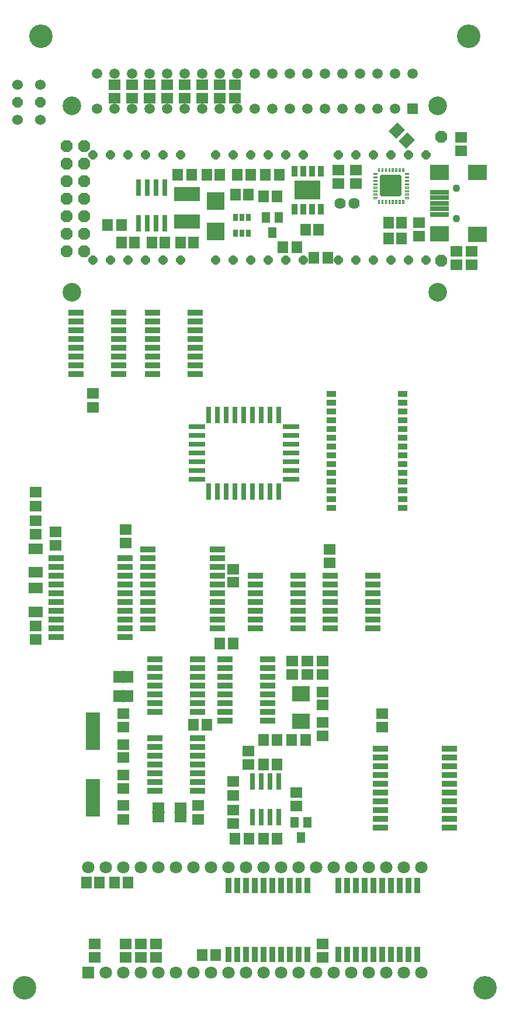
<source format=gbs>
G75*
%MOIN*%
%OFA0B0*%
%FSLAX25Y25*%
%IPPOS*%
%LPD*%
%AMOC8*
5,1,8,0,0,1.08239X$1,22.5*
%
%ADD10C,0.13398*%
%ADD11C,0.06400*%
%ADD12R,0.07099X0.05918*%
%ADD13R,0.05918X0.07099*%
%ADD14R,0.10249X0.10249*%
%ADD15OC8,0.05162*%
%ADD16R,0.03400X0.08800*%
%ADD17R,0.03556X0.05918*%
%ADD18R,0.14800X0.10800*%
%ADD19R,0.08800X0.03400*%
%ADD20R,0.05800X0.03800*%
%ADD21R,0.09461X0.03162*%
%ADD22R,0.03162X0.09461*%
%ADD23R,0.05400X0.07100*%
%ADD24R,0.00600X0.07200*%
%ADD25R,0.07100X0.05400*%
%ADD26R,0.07200X0.00600*%
%ADD27R,0.14973X0.07887*%
%ADD28OC8,0.06737*%
%ADD29C,0.10643*%
%ADD30R,0.08400X0.21800*%
%ADD31R,0.04737X0.06312*%
%ADD32OC8,0.06000*%
%ADD33C,0.06000*%
%ADD34R,0.03162X0.04343*%
%ADD35C,0.07100*%
%ADD36R,0.07100X0.07100*%
%ADD37R,0.10643X0.08674*%
%ADD38R,0.10643X0.02769*%
%ADD39C,0.04343*%
%ADD40C,0.01969*%
%ADD41C,0.00400*%
%ADD42R,0.07887X0.06312*%
%ADD43R,0.05950X0.05950*%
%ADD44C,0.05950*%
%ADD45R,0.10249X0.08674*%
D10*
X0110678Y0013900D03*
X0373178Y0013900D03*
X0363976Y0556646D03*
X0119881Y0556646D03*
D11*
X0290491Y0461400D03*
X0298365Y0461400D03*
D12*
X0299428Y0472463D03*
X0299428Y0480337D03*
X0289428Y0480337D03*
X0289428Y0472463D03*
X0335678Y0450337D03*
X0335678Y0442463D03*
X0356928Y0434087D03*
X0356928Y0426213D03*
X0365678Y0426213D03*
X0365678Y0434087D03*
X0359428Y0491410D03*
X0359428Y0498890D03*
X0230678Y0521410D03*
X0230678Y0528890D03*
X0221928Y0528890D03*
X0221928Y0521410D03*
X0211928Y0521410D03*
X0211928Y0528890D03*
X0201928Y0528890D03*
X0201928Y0521410D03*
X0191928Y0521410D03*
X0191928Y0528890D03*
X0181928Y0528890D03*
X0181928Y0521410D03*
X0171928Y0521410D03*
X0171928Y0528890D03*
X0161928Y0528890D03*
X0161928Y0521410D03*
X0149428Y0352837D03*
X0149428Y0344963D03*
X0116928Y0296587D03*
X0116928Y0288713D03*
X0116928Y0280140D03*
X0116928Y0272660D03*
X0128178Y0274087D03*
X0128178Y0266213D03*
X0116928Y0220140D03*
X0116928Y0212660D03*
X0166928Y0170337D03*
X0166928Y0162463D03*
X0166928Y0152640D03*
X0166928Y0145160D03*
X0166928Y0135140D03*
X0166928Y0127660D03*
X0166928Y0117837D03*
X0166928Y0109963D03*
X0168178Y0038890D03*
X0168178Y0031410D03*
X0176928Y0031410D03*
X0176928Y0038890D03*
X0185678Y0038890D03*
X0185678Y0031410D03*
X0150678Y0031213D03*
X0150678Y0039087D03*
X0209428Y0109963D03*
X0209428Y0117837D03*
X0229428Y0115140D03*
X0229428Y0107660D03*
X0229428Y0123713D03*
X0229428Y0131587D03*
X0238178Y0141213D03*
X0238178Y0149087D03*
X0263178Y0192463D03*
X0263178Y0200337D03*
X0271928Y0200140D03*
X0271928Y0192660D03*
X0280678Y0192660D03*
X0280678Y0182640D03*
X0280678Y0175160D03*
X0280678Y0165140D03*
X0280678Y0157660D03*
X0265678Y0125140D03*
X0265678Y0117660D03*
X0280678Y0039087D03*
X0280678Y0031213D03*
X0314428Y0162463D03*
X0314428Y0170337D03*
X0280678Y0200140D03*
X0284428Y0256213D03*
X0284428Y0264087D03*
X0229428Y0252640D03*
X0229428Y0245160D03*
X0168178Y0267463D03*
X0168178Y0275337D03*
D13*
X0221938Y0210150D03*
X0229419Y0210150D03*
X0214615Y0163900D03*
X0206741Y0163900D03*
X0230491Y0098900D03*
X0238365Y0098900D03*
X0246741Y0098900D03*
X0254615Y0098900D03*
X0254419Y0141400D03*
X0246938Y0141400D03*
X0246741Y0155150D03*
X0254615Y0155150D03*
X0262991Y0155150D03*
X0270865Y0155150D03*
X0219615Y0032650D03*
X0211741Y0032650D03*
X0169419Y0073900D03*
X0161938Y0073900D03*
X0153169Y0073900D03*
X0145688Y0073900D03*
X0275491Y0430150D03*
X0283365Y0430150D03*
X0278169Y0446400D03*
X0270688Y0446400D03*
X0265865Y0436400D03*
X0257991Y0436400D03*
X0254419Y0465150D03*
X0246938Y0465150D03*
X0238169Y0466400D03*
X0230688Y0466400D03*
X0231938Y0477650D03*
X0239419Y0477650D03*
X0247991Y0477650D03*
X0255865Y0477650D03*
X0221919Y0477650D03*
X0214438Y0477650D03*
X0205865Y0477650D03*
X0197991Y0477650D03*
X0199438Y0438900D03*
X0206919Y0438900D03*
X0190669Y0438900D03*
X0183188Y0438900D03*
X0173169Y0438900D03*
X0165688Y0438900D03*
X0165865Y0448900D03*
X0157991Y0448900D03*
X0318188Y0450150D03*
X0318188Y0441400D03*
X0325669Y0441400D03*
X0325669Y0450150D03*
G36*
X0328879Y0501967D02*
X0333063Y0497783D01*
X0328045Y0492765D01*
X0323861Y0496949D01*
X0328879Y0501967D01*
G37*
G36*
X0323312Y0507535D02*
X0327496Y0503351D01*
X0322478Y0498333D01*
X0318294Y0502517D01*
X0323312Y0507535D01*
G37*
D14*
X0219428Y0462561D03*
X0219428Y0445239D03*
D15*
X0219428Y0428900D03*
X0229428Y0428900D03*
X0239428Y0428900D03*
X0249428Y0428900D03*
X0259428Y0428900D03*
X0269428Y0428900D03*
X0289428Y0428900D03*
X0299428Y0428900D03*
X0309428Y0428900D03*
X0319428Y0428900D03*
X0329428Y0428900D03*
X0339428Y0428900D03*
X0339428Y0488900D03*
X0329428Y0488900D03*
X0319428Y0488900D03*
X0309428Y0488900D03*
X0299428Y0488900D03*
X0289428Y0488900D03*
X0269428Y0488900D03*
X0259428Y0488900D03*
X0249428Y0488900D03*
X0239428Y0488900D03*
X0229428Y0488900D03*
X0219428Y0488900D03*
X0199428Y0488900D03*
X0189428Y0488900D03*
X0179428Y0488900D03*
X0169428Y0488900D03*
X0159428Y0488900D03*
X0149428Y0488900D03*
X0149428Y0428900D03*
X0159428Y0428900D03*
X0169428Y0428900D03*
X0179428Y0428900D03*
X0189428Y0428900D03*
X0199428Y0428900D03*
D16*
X0226928Y0072450D03*
X0231928Y0072450D03*
X0236928Y0072450D03*
X0241928Y0072450D03*
X0246928Y0072450D03*
X0251928Y0072450D03*
X0256928Y0072450D03*
X0261928Y0072450D03*
X0266928Y0072450D03*
X0271928Y0072450D03*
X0289428Y0072450D03*
X0294428Y0072450D03*
X0299428Y0072450D03*
X0304428Y0072450D03*
X0309428Y0072450D03*
X0314428Y0072450D03*
X0319428Y0072450D03*
X0324428Y0072450D03*
X0329428Y0072450D03*
X0334428Y0072450D03*
X0334428Y0032850D03*
X0329428Y0032850D03*
X0324428Y0032850D03*
X0319428Y0032850D03*
X0314428Y0032850D03*
X0309428Y0032850D03*
X0304428Y0032850D03*
X0299428Y0032850D03*
X0294428Y0032850D03*
X0289428Y0032850D03*
X0271928Y0032850D03*
X0266928Y0032850D03*
X0261928Y0032850D03*
X0256928Y0032850D03*
X0251928Y0032850D03*
X0246928Y0032850D03*
X0241928Y0032850D03*
X0236928Y0032850D03*
X0231928Y0032850D03*
X0226928Y0032850D03*
D17*
X0264428Y0458073D03*
X0269428Y0458073D03*
X0274428Y0458073D03*
X0279428Y0458073D03*
X0279428Y0479727D03*
X0274428Y0479727D03*
X0269428Y0479727D03*
X0264428Y0479727D03*
D18*
X0271928Y0468900D03*
D19*
X0207778Y0398900D03*
X0207778Y0393900D03*
X0207778Y0388900D03*
X0207778Y0383900D03*
X0207778Y0378900D03*
X0207778Y0373900D03*
X0207778Y0368900D03*
X0207778Y0363900D03*
X0183578Y0363900D03*
X0183578Y0368900D03*
X0183578Y0373900D03*
X0183578Y0378900D03*
X0183578Y0383900D03*
X0183578Y0388900D03*
X0183578Y0393900D03*
X0183578Y0398900D03*
X0164028Y0398900D03*
X0164028Y0393900D03*
X0164028Y0388900D03*
X0164028Y0383900D03*
X0164028Y0378900D03*
X0164028Y0373900D03*
X0164028Y0368900D03*
X0164028Y0363900D03*
X0139828Y0363900D03*
X0139828Y0368900D03*
X0139828Y0373900D03*
X0139828Y0378900D03*
X0139828Y0383900D03*
X0139828Y0388900D03*
X0139828Y0393900D03*
X0139828Y0398900D03*
X0180878Y0263900D03*
X0180878Y0258900D03*
X0180878Y0253900D03*
X0180878Y0248900D03*
X0180878Y0243900D03*
X0180878Y0238900D03*
X0180878Y0233900D03*
X0180878Y0228900D03*
X0180878Y0223900D03*
X0180878Y0218900D03*
X0184828Y0201400D03*
X0184828Y0196400D03*
X0184828Y0191400D03*
X0184828Y0186400D03*
X0184828Y0181400D03*
X0184828Y0176400D03*
X0184828Y0171400D03*
X0184828Y0156400D03*
X0184828Y0151400D03*
X0184828Y0146400D03*
X0184828Y0141400D03*
X0184828Y0136400D03*
X0184828Y0131400D03*
X0184828Y0126400D03*
X0209028Y0126400D03*
X0209028Y0131400D03*
X0209028Y0136400D03*
X0209028Y0141400D03*
X0209028Y0146400D03*
X0209028Y0151400D03*
X0209028Y0156400D03*
X0209028Y0171400D03*
X0209028Y0176400D03*
X0209028Y0181400D03*
X0209028Y0186400D03*
X0209028Y0191400D03*
X0209028Y0196400D03*
X0209028Y0201400D03*
X0220478Y0218900D03*
X0220478Y0223900D03*
X0220478Y0228900D03*
X0220478Y0233900D03*
X0220478Y0238900D03*
X0220478Y0243900D03*
X0220478Y0248900D03*
X0220478Y0253900D03*
X0220478Y0258900D03*
X0220478Y0263900D03*
X0242328Y0248900D03*
X0242328Y0243900D03*
X0242328Y0238900D03*
X0242328Y0233900D03*
X0242328Y0228900D03*
X0242328Y0223900D03*
X0242328Y0218900D03*
X0249028Y0201400D03*
X0249028Y0196400D03*
X0249028Y0191400D03*
X0249028Y0186400D03*
X0249028Y0181400D03*
X0249028Y0176400D03*
X0249028Y0171400D03*
X0249028Y0166400D03*
X0224828Y0166400D03*
X0224828Y0171400D03*
X0224828Y0176400D03*
X0224828Y0181400D03*
X0224828Y0186400D03*
X0224828Y0191400D03*
X0224828Y0196400D03*
X0224828Y0201400D03*
X0266528Y0218900D03*
X0266528Y0223900D03*
X0266528Y0228900D03*
X0266528Y0233900D03*
X0266528Y0238900D03*
X0266528Y0243900D03*
X0266528Y0248900D03*
X0284828Y0248900D03*
X0284828Y0243900D03*
X0284828Y0238900D03*
X0284828Y0233900D03*
X0284828Y0228900D03*
X0284828Y0223900D03*
X0284828Y0218900D03*
X0309028Y0218900D03*
X0309028Y0223900D03*
X0309028Y0228900D03*
X0309028Y0233900D03*
X0309028Y0238900D03*
X0309028Y0243900D03*
X0309028Y0248900D03*
X0313378Y0150150D03*
X0313378Y0145150D03*
X0313378Y0140150D03*
X0313378Y0135150D03*
X0313378Y0130150D03*
X0313378Y0125150D03*
X0313378Y0120150D03*
X0313378Y0115150D03*
X0313378Y0110150D03*
X0313378Y0105150D03*
X0352978Y0105150D03*
X0352978Y0110150D03*
X0352978Y0115150D03*
X0352978Y0120150D03*
X0352978Y0125150D03*
X0352978Y0130150D03*
X0352978Y0135150D03*
X0352978Y0140150D03*
X0352978Y0145150D03*
X0352978Y0150150D03*
X0167978Y0213900D03*
X0167978Y0218900D03*
X0167978Y0223900D03*
X0167978Y0228900D03*
X0167978Y0233900D03*
X0167978Y0238900D03*
X0167978Y0243900D03*
X0167978Y0248900D03*
X0167978Y0253900D03*
X0167978Y0258900D03*
X0128378Y0258900D03*
X0128378Y0253900D03*
X0128378Y0248900D03*
X0128378Y0243900D03*
X0128378Y0238900D03*
X0128378Y0233900D03*
X0128378Y0228900D03*
X0128378Y0223900D03*
X0128378Y0218900D03*
X0128378Y0213900D03*
D20*
X0285678Y0287650D03*
X0285678Y0292650D03*
X0285678Y0297650D03*
X0285678Y0302650D03*
X0285678Y0307650D03*
X0285678Y0312650D03*
X0285678Y0317650D03*
X0285678Y0322650D03*
X0285678Y0327650D03*
X0285678Y0332650D03*
X0285678Y0337650D03*
X0285678Y0342650D03*
X0285678Y0347650D03*
X0285678Y0352650D03*
X0326178Y0352650D03*
X0326178Y0347650D03*
X0326178Y0342650D03*
X0326178Y0337650D03*
X0326178Y0332650D03*
X0326178Y0327650D03*
X0326178Y0322650D03*
X0326178Y0317650D03*
X0326178Y0312650D03*
X0326178Y0307650D03*
X0326178Y0302650D03*
X0326178Y0297650D03*
X0326178Y0292650D03*
X0326178Y0287650D03*
D21*
X0262568Y0303900D03*
X0262568Y0308900D03*
X0262568Y0313900D03*
X0262568Y0318900D03*
X0262568Y0323900D03*
X0262568Y0328900D03*
X0262568Y0333900D03*
X0208789Y0333900D03*
X0208789Y0328900D03*
X0208789Y0323900D03*
X0208789Y0318900D03*
X0208789Y0313900D03*
X0208789Y0308900D03*
X0208789Y0303900D03*
D22*
X0215678Y0297010D03*
X0220678Y0297010D03*
X0225678Y0297010D03*
X0230678Y0297010D03*
X0235678Y0297010D03*
X0240678Y0297010D03*
X0245678Y0297010D03*
X0250678Y0297010D03*
X0255678Y0297010D03*
X0255678Y0340790D03*
X0250678Y0340790D03*
X0245678Y0340790D03*
X0240678Y0340790D03*
X0235678Y0340790D03*
X0230678Y0340790D03*
X0225678Y0340790D03*
X0220678Y0340790D03*
X0215678Y0340790D03*
X0190678Y0449914D03*
X0185678Y0449914D03*
X0180678Y0449914D03*
X0175678Y0449914D03*
X0175678Y0470386D03*
X0180678Y0470386D03*
X0185678Y0470386D03*
X0190678Y0470386D03*
X0240678Y0131636D03*
X0245678Y0131636D03*
X0250678Y0131636D03*
X0255678Y0131636D03*
X0255678Y0111164D03*
X0250678Y0111164D03*
X0245678Y0111164D03*
X0240678Y0111164D03*
D23*
X0169928Y0180150D03*
X0163928Y0180150D03*
X0163928Y0191400D03*
X0169928Y0191400D03*
D24*
X0166928Y0191400D03*
X0166928Y0180150D03*
D25*
X0186928Y0116900D03*
X0186928Y0110900D03*
X0199428Y0110900D03*
X0199428Y0116900D03*
D26*
X0199428Y0113900D03*
X0186928Y0113900D03*
D27*
X0203178Y0451026D03*
X0203178Y0466774D03*
D28*
X0144428Y0463900D03*
X0144428Y0473900D03*
X0144428Y0483900D03*
X0144428Y0493900D03*
X0134428Y0493900D03*
X0134428Y0483900D03*
X0134428Y0473900D03*
X0134428Y0463900D03*
X0134428Y0453900D03*
X0134428Y0443900D03*
X0134428Y0433900D03*
X0144428Y0433900D03*
X0144428Y0443900D03*
X0144428Y0453900D03*
X0348208Y0428467D03*
X0348208Y0499333D03*
D29*
X0346239Y0517050D03*
X0346239Y0410750D03*
X0137578Y0410750D03*
X0137578Y0517050D03*
D30*
X0149428Y0160400D03*
X0149428Y0122400D03*
D31*
X0264438Y0108231D03*
X0268178Y0099569D03*
X0271919Y0108231D03*
X0251928Y0444569D03*
X0248188Y0453231D03*
X0255669Y0453231D03*
D32*
X0119675Y0518900D03*
X0106682Y0518900D03*
D33*
X0106682Y0528900D03*
X0119675Y0528900D03*
X0119675Y0508900D03*
X0106682Y0508900D03*
D34*
X0230688Y0453428D03*
X0234428Y0453428D03*
X0238169Y0453428D03*
X0238169Y0444372D03*
X0234428Y0444372D03*
X0230688Y0444372D03*
D35*
X0226928Y0082650D03*
X0216928Y0082650D03*
X0206928Y0082650D03*
X0196928Y0082650D03*
X0186928Y0082650D03*
X0176928Y0082650D03*
X0166928Y0082650D03*
X0156928Y0082650D03*
X0146928Y0082650D03*
X0156928Y0022650D03*
X0166928Y0022650D03*
X0176928Y0022650D03*
X0186928Y0022650D03*
X0196928Y0022650D03*
X0206928Y0022650D03*
X0216928Y0022650D03*
X0226928Y0022650D03*
X0236928Y0022650D03*
X0246928Y0022650D03*
X0256928Y0022650D03*
X0266928Y0022650D03*
X0276928Y0022650D03*
X0286928Y0022650D03*
X0296928Y0022650D03*
X0306928Y0022650D03*
X0316928Y0022650D03*
X0326928Y0022650D03*
X0336928Y0022650D03*
X0336928Y0082650D03*
X0326928Y0082650D03*
X0316928Y0082650D03*
X0306928Y0082650D03*
X0296928Y0082650D03*
X0286928Y0082650D03*
X0276928Y0082650D03*
X0266928Y0082650D03*
X0256928Y0082650D03*
X0246928Y0082650D03*
X0236928Y0082650D03*
D36*
X0146928Y0022650D03*
D37*
X0347086Y0444077D03*
X0347086Y0479117D03*
X0368739Y0479117D03*
X0368739Y0443683D03*
D38*
X0347086Y0455101D03*
X0347086Y0458250D03*
X0347086Y0461400D03*
X0347086Y0464550D03*
X0347086Y0467699D03*
D39*
X0356928Y0470061D03*
X0356928Y0452739D03*
D40*
X0324645Y0466183D02*
X0324645Y0476617D01*
X0314212Y0476617D01*
X0314212Y0466183D01*
X0324645Y0466183D01*
X0324645Y0467583D02*
X0314212Y0467583D01*
X0314212Y0469550D02*
X0324645Y0469550D01*
X0324645Y0471517D02*
X0314212Y0471517D01*
X0314212Y0473484D02*
X0324645Y0473484D01*
X0324645Y0475451D02*
X0314212Y0475451D01*
D41*
X0311358Y0475928D02*
X0311358Y0476715D01*
X0309389Y0476715D01*
X0309389Y0475928D01*
X0311358Y0475928D01*
X0311358Y0476027D02*
X0309389Y0476027D01*
X0309389Y0476425D02*
X0311358Y0476425D01*
X0311358Y0477896D02*
X0309389Y0477896D01*
X0309389Y0478683D01*
X0311161Y0478683D01*
X0311358Y0478487D01*
X0311358Y0477896D01*
X0311358Y0478020D02*
X0309389Y0478020D01*
X0309389Y0478418D02*
X0311358Y0478418D01*
X0312342Y0479471D02*
X0312932Y0479471D01*
X0312932Y0481439D01*
X0312145Y0481439D01*
X0312145Y0479668D01*
X0312342Y0479471D01*
X0312199Y0479614D02*
X0312932Y0479614D01*
X0312932Y0480012D02*
X0312145Y0480012D01*
X0312145Y0480411D02*
X0312932Y0480411D01*
X0312932Y0480809D02*
X0312145Y0480809D01*
X0312145Y0481208D02*
X0312932Y0481208D01*
X0314114Y0481208D02*
X0314901Y0481208D01*
X0314901Y0481439D02*
X0314114Y0481439D01*
X0314114Y0479471D01*
X0314901Y0479471D01*
X0314901Y0481439D01*
X0314901Y0480809D02*
X0314114Y0480809D01*
X0314114Y0480411D02*
X0314901Y0480411D01*
X0314901Y0480012D02*
X0314114Y0480012D01*
X0314114Y0479614D02*
X0314901Y0479614D01*
X0316082Y0479614D02*
X0316869Y0479614D01*
X0316869Y0479471D02*
X0316869Y0481439D01*
X0316082Y0481439D01*
X0316082Y0479471D01*
X0316869Y0479471D01*
X0316869Y0480012D02*
X0316082Y0480012D01*
X0316082Y0480411D02*
X0316869Y0480411D01*
X0316869Y0480809D02*
X0316082Y0480809D01*
X0316082Y0481208D02*
X0316869Y0481208D01*
X0318051Y0481208D02*
X0318838Y0481208D01*
X0318838Y0481439D02*
X0318051Y0481439D01*
X0318051Y0479471D01*
X0318838Y0479471D01*
X0318838Y0481439D01*
X0318838Y0480809D02*
X0318051Y0480809D01*
X0318051Y0480411D02*
X0318838Y0480411D01*
X0318838Y0480012D02*
X0318051Y0480012D01*
X0318051Y0479614D02*
X0318838Y0479614D01*
X0320019Y0479614D02*
X0320806Y0479614D01*
X0320806Y0479471D02*
X0320806Y0481439D01*
X0320019Y0481439D01*
X0320019Y0479471D01*
X0320806Y0479471D01*
X0320806Y0480012D02*
X0320019Y0480012D01*
X0320019Y0480411D02*
X0320806Y0480411D01*
X0320806Y0480809D02*
X0320019Y0480809D01*
X0320019Y0481208D02*
X0320806Y0481208D01*
X0321988Y0481208D02*
X0322775Y0481208D01*
X0322775Y0481439D02*
X0321988Y0481439D01*
X0321988Y0479471D01*
X0322775Y0479471D01*
X0322775Y0481439D01*
X0322775Y0480809D02*
X0321988Y0480809D01*
X0321988Y0480411D02*
X0322775Y0480411D01*
X0322775Y0480012D02*
X0321988Y0480012D01*
X0321988Y0479614D02*
X0322775Y0479614D01*
X0323956Y0479614D02*
X0324743Y0479614D01*
X0324743Y0479471D02*
X0324743Y0481439D01*
X0323956Y0481439D01*
X0323956Y0479471D01*
X0324743Y0479471D01*
X0324743Y0480012D02*
X0323956Y0480012D01*
X0323956Y0480411D02*
X0324743Y0480411D01*
X0324743Y0480809D02*
X0323956Y0480809D01*
X0323956Y0481208D02*
X0324743Y0481208D01*
X0325925Y0481208D02*
X0326712Y0481208D01*
X0326712Y0481439D02*
X0325925Y0481439D01*
X0325925Y0479471D01*
X0326515Y0479471D01*
X0326712Y0479668D01*
X0326712Y0481439D01*
X0326712Y0480809D02*
X0325925Y0480809D01*
X0325925Y0480411D02*
X0326712Y0480411D01*
X0326712Y0480012D02*
X0325925Y0480012D01*
X0325925Y0479614D02*
X0326658Y0479614D01*
X0327696Y0478683D02*
X0327499Y0478487D01*
X0327499Y0477896D01*
X0329468Y0477896D01*
X0329468Y0478683D01*
X0327696Y0478683D01*
X0327499Y0478418D02*
X0329468Y0478418D01*
X0329468Y0478020D02*
X0327499Y0478020D01*
X0327499Y0476715D02*
X0327499Y0475928D01*
X0329468Y0475928D01*
X0329468Y0476715D01*
X0327499Y0476715D01*
X0327499Y0476425D02*
X0329468Y0476425D01*
X0329468Y0476027D02*
X0327499Y0476027D01*
X0327499Y0474746D02*
X0327499Y0473959D01*
X0329468Y0473959D01*
X0329468Y0474746D01*
X0327499Y0474746D01*
X0327499Y0474433D02*
X0329468Y0474433D01*
X0329468Y0474034D02*
X0327499Y0474034D01*
X0327499Y0472778D02*
X0327499Y0471991D01*
X0329468Y0471991D01*
X0329468Y0472778D01*
X0327499Y0472778D01*
X0327499Y0472440D02*
X0329468Y0472440D01*
X0329468Y0472042D02*
X0327499Y0472042D01*
X0327499Y0470809D02*
X0327499Y0470022D01*
X0329468Y0470022D01*
X0329468Y0470809D01*
X0327499Y0470809D01*
X0327499Y0470448D02*
X0329468Y0470448D01*
X0329468Y0470049D02*
X0327499Y0470049D01*
X0327499Y0468841D02*
X0327499Y0468054D01*
X0329468Y0468054D01*
X0329468Y0468841D01*
X0327499Y0468841D01*
X0327499Y0468455D02*
X0329468Y0468455D01*
X0329468Y0468057D02*
X0327499Y0468057D01*
X0327499Y0466872D02*
X0327499Y0466085D01*
X0329468Y0466085D01*
X0329468Y0466872D01*
X0327499Y0466872D01*
X0327499Y0466861D02*
X0329468Y0466861D01*
X0329468Y0466463D02*
X0327499Y0466463D01*
X0327499Y0464904D02*
X0329468Y0464904D01*
X0329468Y0464117D01*
X0327696Y0464117D01*
X0327499Y0464313D01*
X0327499Y0464904D01*
X0327499Y0464869D02*
X0329468Y0464869D01*
X0329468Y0464470D02*
X0327499Y0464470D01*
X0326515Y0463329D02*
X0325925Y0463329D01*
X0325925Y0461361D01*
X0326712Y0461361D01*
X0326712Y0463132D01*
X0326515Y0463329D01*
X0326570Y0463275D02*
X0325925Y0463275D01*
X0325925Y0462876D02*
X0326712Y0462876D01*
X0326712Y0462478D02*
X0325925Y0462478D01*
X0325925Y0462079D02*
X0326712Y0462079D01*
X0326712Y0461681D02*
X0325925Y0461681D01*
X0324743Y0461681D02*
X0323956Y0461681D01*
X0323956Y0461361D02*
X0324743Y0461361D01*
X0324743Y0463329D01*
X0323956Y0463329D01*
X0323956Y0461361D01*
X0323956Y0462079D02*
X0324743Y0462079D01*
X0324743Y0462478D02*
X0323956Y0462478D01*
X0323956Y0462876D02*
X0324743Y0462876D01*
X0324743Y0463275D02*
X0323956Y0463275D01*
X0322775Y0463275D02*
X0321988Y0463275D01*
X0321988Y0463329D02*
X0321988Y0461361D01*
X0322775Y0461361D01*
X0322775Y0463329D01*
X0321988Y0463329D01*
X0321988Y0462876D02*
X0322775Y0462876D01*
X0322775Y0462478D02*
X0321988Y0462478D01*
X0321988Y0462079D02*
X0322775Y0462079D01*
X0322775Y0461681D02*
X0321988Y0461681D01*
X0320806Y0461681D02*
X0320019Y0461681D01*
X0320019Y0461361D02*
X0320806Y0461361D01*
X0320806Y0463329D01*
X0320019Y0463329D01*
X0320019Y0461361D01*
X0320019Y0462079D02*
X0320806Y0462079D01*
X0320806Y0462478D02*
X0320019Y0462478D01*
X0320019Y0462876D02*
X0320806Y0462876D01*
X0320806Y0463275D02*
X0320019Y0463275D01*
X0318838Y0463275D02*
X0318051Y0463275D01*
X0318051Y0463329D02*
X0318051Y0461361D01*
X0318838Y0461361D01*
X0318838Y0463329D01*
X0318051Y0463329D01*
X0318051Y0462876D02*
X0318838Y0462876D01*
X0318838Y0462478D02*
X0318051Y0462478D01*
X0318051Y0462079D02*
X0318838Y0462079D01*
X0318838Y0461681D02*
X0318051Y0461681D01*
X0316869Y0461681D02*
X0316082Y0461681D01*
X0316082Y0461361D02*
X0316869Y0461361D01*
X0316869Y0463329D01*
X0316082Y0463329D01*
X0316082Y0461361D01*
X0316082Y0462079D02*
X0316869Y0462079D01*
X0316869Y0462478D02*
X0316082Y0462478D01*
X0316082Y0462876D02*
X0316869Y0462876D01*
X0316869Y0463275D02*
X0316082Y0463275D01*
X0314901Y0463275D02*
X0314114Y0463275D01*
X0314114Y0463329D02*
X0314114Y0461361D01*
X0314901Y0461361D01*
X0314901Y0463329D01*
X0314114Y0463329D01*
X0314114Y0462876D02*
X0314901Y0462876D01*
X0314901Y0462478D02*
X0314114Y0462478D01*
X0314114Y0462079D02*
X0314901Y0462079D01*
X0314901Y0461681D02*
X0314114Y0461681D01*
X0312932Y0461681D02*
X0312145Y0461681D01*
X0312145Y0461361D02*
X0312932Y0461361D01*
X0312932Y0463329D01*
X0312342Y0463329D01*
X0312145Y0463132D01*
X0312145Y0461361D01*
X0312145Y0462079D02*
X0312932Y0462079D01*
X0312932Y0462478D02*
X0312145Y0462478D01*
X0312145Y0462876D02*
X0312932Y0462876D01*
X0312932Y0463275D02*
X0312287Y0463275D01*
X0311358Y0464313D02*
X0311358Y0464904D01*
X0309389Y0464904D01*
X0309389Y0464117D01*
X0311161Y0464117D01*
X0311358Y0464313D01*
X0311358Y0464470D02*
X0309389Y0464470D01*
X0309389Y0464869D02*
X0311358Y0464869D01*
X0311358Y0466085D02*
X0311358Y0466872D01*
X0309389Y0466872D01*
X0309389Y0466085D01*
X0311358Y0466085D01*
X0311358Y0466463D02*
X0309389Y0466463D01*
X0309389Y0466861D02*
X0311358Y0466861D01*
X0311358Y0468054D02*
X0311358Y0468841D01*
X0309389Y0468841D01*
X0309389Y0468054D01*
X0311358Y0468054D01*
X0311358Y0468057D02*
X0309389Y0468057D01*
X0309389Y0468455D02*
X0311358Y0468455D01*
X0311358Y0470022D02*
X0311358Y0470809D01*
X0309389Y0470809D01*
X0309389Y0470022D01*
X0311358Y0470022D01*
X0311358Y0470049D02*
X0309389Y0470049D01*
X0309389Y0470448D02*
X0311358Y0470448D01*
X0311358Y0471991D02*
X0311358Y0472778D01*
X0309389Y0472778D01*
X0309389Y0471991D01*
X0311358Y0471991D01*
X0311358Y0472042D02*
X0309389Y0472042D01*
X0309389Y0472440D02*
X0311358Y0472440D01*
X0311358Y0473959D02*
X0311358Y0474746D01*
X0309389Y0474746D01*
X0309389Y0473959D01*
X0311358Y0473959D01*
X0311358Y0474034D02*
X0309389Y0474034D01*
X0309389Y0474433D02*
X0311358Y0474433D01*
D42*
X0116928Y0264343D03*
X0116928Y0250957D03*
X0116928Y0241843D03*
X0116928Y0228457D03*
D43*
X0331928Y0515150D03*
D44*
X0321928Y0515150D03*
X0311928Y0515150D03*
X0301928Y0515150D03*
X0291928Y0515150D03*
X0281928Y0515150D03*
X0271928Y0515150D03*
X0261928Y0515150D03*
X0251928Y0515150D03*
X0241928Y0515150D03*
X0231928Y0515150D03*
X0221928Y0515150D03*
X0211928Y0515150D03*
X0201928Y0515150D03*
X0191928Y0515150D03*
X0181928Y0515150D03*
X0171928Y0515150D03*
X0161928Y0515150D03*
X0151928Y0515150D03*
X0151928Y0535150D03*
X0161928Y0535150D03*
X0171928Y0535150D03*
X0181928Y0535150D03*
X0191928Y0535150D03*
X0201928Y0535150D03*
X0211928Y0535150D03*
X0221928Y0535150D03*
X0231928Y0535150D03*
X0241928Y0535150D03*
X0251928Y0535150D03*
X0261928Y0535150D03*
X0271928Y0535150D03*
X0281928Y0535150D03*
X0291928Y0535150D03*
X0301928Y0535150D03*
X0311928Y0535150D03*
X0321928Y0535150D03*
X0331928Y0535150D03*
D45*
X0268178Y0181774D03*
X0268178Y0166026D03*
M02*

</source>
